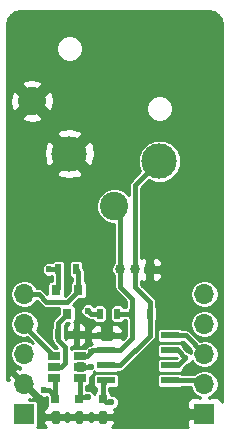
<source format=gtl>
G04 #@! TF.FileFunction,Copper,L1,Top,Signal*
%FSLAX46Y46*%
G04 Gerber Fmt 4.6, Leading zero omitted, Abs format (unit mm)*
G04 Created by KiCad (PCBNEW 4.0.7) date Thu Jan 25 15:49:40 2018*
%MOMM*%
%LPD*%
G01*
G04 APERTURE LIST*
%ADD10C,0.100000*%
%ADD11R,0.750000X0.800000*%
%ADD12R,1.700000X1.700000*%
%ADD13O,1.700000X1.700000*%
%ADD14R,0.850000X0.850000*%
%ADD15C,0.850000*%
%ADD16R,0.800000X0.900000*%
%ADD17R,0.500000X0.900000*%
%ADD18R,1.060000X0.650000*%
%ADD19R,1.550000X0.600000*%
%ADD20C,3.000000*%
%ADD21C,2.400000*%
%ADD22C,0.600000*%
%ADD23C,0.400000*%
%ADD24C,0.600000*%
%ADD25C,0.250000*%
G04 APERTURE END LIST*
D10*
D11*
X4500000Y1250000D03*
X4500000Y2750000D03*
X8500000Y1250000D03*
X8500000Y2750000D03*
X6500000Y1250000D03*
X6500000Y2750000D03*
D12*
X17120000Y1500000D03*
D13*
X17120000Y4040000D03*
X17120000Y6580000D03*
X17120000Y9120000D03*
X17120000Y11660000D03*
D12*
X1880000Y1500000D03*
D13*
X1880000Y4040000D03*
X1880000Y6580000D03*
X1880000Y9120000D03*
X1880000Y11660000D03*
D14*
X12500000Y13750000D03*
D15*
X11250000Y13750000D03*
X10000000Y13750000D03*
D16*
X6450000Y12000000D03*
X4550000Y12000000D03*
X5500000Y10000000D03*
D17*
X8250000Y10000000D03*
X9750000Y10000000D03*
X11000000Y10000000D03*
X12500000Y10000000D03*
X4750000Y8250000D03*
X6250000Y8250000D03*
X4750000Y13750000D03*
X6250000Y13750000D03*
D18*
X6600000Y4550000D03*
X6600000Y5500000D03*
X6600000Y6450000D03*
X4400000Y6450000D03*
X4400000Y4550000D03*
X4400000Y5500000D03*
D19*
X14200000Y4345000D03*
X14200000Y5615000D03*
X14200000Y6885000D03*
X14200000Y8155000D03*
X8800000Y8155000D03*
X8800000Y6885000D03*
X8800000Y5615000D03*
X8800000Y4345000D03*
D20*
X5690000Y23550000D03*
X13310000Y22915000D03*
D21*
X9500000Y19105000D03*
X2515000Y27995000D03*
D22*
X3500000Y1250000D03*
X7500000Y1250000D03*
X5500000Y1250000D03*
X7500000Y5500000D03*
X7250000Y8750000D03*
X3525693Y3525693D03*
X9250000Y2500000D03*
X7250009Y2950010D03*
X4000000Y13750000D03*
X7250000Y10250000D03*
X15500000Y6250000D03*
X7500000Y6750000D03*
D23*
X4500000Y1250000D02*
X3500000Y1250000D01*
X3500000Y1250000D02*
X3250000Y1250000D01*
D24*
X1880000Y4040000D02*
X3420000Y2500000D01*
X3500000Y2500000D02*
X3329999Y2670001D01*
X3420000Y2500000D02*
X3500000Y2500000D01*
X3329999Y2670001D02*
X3130001Y2670001D01*
X1880000Y4040000D02*
X1000000Y4920000D01*
D23*
X8800000Y8155000D02*
X7345000Y8155000D01*
X7345000Y8155000D02*
X7250000Y8250000D01*
X6250000Y8250000D02*
X7250000Y8250000D01*
X7250000Y8250000D02*
X7250000Y8750000D01*
X8500000Y1250000D02*
X7500000Y1250000D01*
X7500000Y1250000D02*
X6500000Y1250000D01*
X6500000Y1250000D02*
X5500000Y1250000D01*
X5500000Y1250000D02*
X4500000Y1250000D01*
X1880000Y4040000D02*
X1880000Y4120000D01*
X1880000Y4120000D02*
X1000000Y5000000D01*
X3250000Y1250000D02*
X3130001Y1369999D01*
X3130001Y1369999D02*
X3130001Y2670001D01*
X1960000Y4040000D02*
X1880000Y4040000D01*
X3130001Y2670001D02*
X2000000Y3800002D01*
X2000000Y3800002D02*
X2000000Y4000000D01*
X2000000Y4000000D02*
X1960000Y4040000D01*
X6600000Y5500000D02*
X7500000Y5500000D01*
X4500000Y2750000D02*
X4500000Y2975650D01*
X4500000Y2975650D02*
X3949957Y3525693D01*
X3949957Y3525693D02*
X3525693Y3525693D01*
X9250000Y2500000D02*
X8750000Y2500000D01*
X8750000Y2500000D02*
X8500000Y2750000D01*
X8500000Y2750000D02*
X8500000Y4045000D01*
X8500000Y4045000D02*
X8800000Y4345000D01*
X4500000Y2750000D02*
X4500000Y4450000D01*
X4500000Y4450000D02*
X4400000Y4550000D01*
X6500000Y2750000D02*
X6700010Y2950010D01*
X6700010Y2950010D02*
X6825745Y2950010D01*
X6825745Y2950010D02*
X7250009Y2950010D01*
X6600000Y4550000D02*
X6600000Y2850000D01*
X6600000Y2850000D02*
X6500000Y2750000D01*
X4000000Y13750000D02*
X4750000Y13750000D01*
X8250000Y10000000D02*
X7500000Y10000000D01*
X7500000Y10000000D02*
X7250000Y10250000D01*
X4750000Y13750000D02*
X4750000Y12200000D01*
X4750000Y12200000D02*
X4550000Y12000000D01*
X14200000Y4345000D02*
X16815000Y4345000D01*
X16815000Y4345000D02*
X17120000Y4040000D01*
X17120000Y6580000D02*
X15545000Y8155000D01*
X15545000Y8155000D02*
X14200000Y8155000D01*
X14200000Y6885000D02*
X14865000Y6885000D01*
X14865000Y6885000D02*
X15500000Y6250000D01*
X14200000Y5615000D02*
X14865000Y5615000D01*
X14865000Y5615000D02*
X15500000Y6250000D01*
X1880000Y9120000D02*
X1880000Y8970000D01*
X1880000Y8970000D02*
X4400000Y6450000D01*
X6450000Y12000000D02*
X6450000Y11950000D01*
X5500000Y11000000D02*
X3742081Y11000000D01*
X6450000Y11950000D02*
X5500000Y11000000D01*
X3742081Y11000000D02*
X3082081Y11660000D01*
X3082081Y11660000D02*
X1880000Y11660000D01*
X6450000Y12000000D02*
X6450000Y13550000D01*
X6450000Y13550000D02*
X6250000Y13750000D01*
X11250000Y13750000D02*
X11250000Y20855000D01*
X11250000Y20855000D02*
X13310000Y22915000D01*
X12500000Y10000000D02*
X12500000Y11000000D01*
X12500000Y11000000D02*
X11250000Y12250000D01*
X11250000Y12250000D02*
X11250000Y13148960D01*
X11250000Y13148960D02*
X11250000Y13750000D01*
X8800000Y5615000D02*
X9975000Y5615000D01*
X9975000Y5615000D02*
X12500000Y8140000D01*
X12500000Y8140000D02*
X12500000Y9150000D01*
X12500000Y9150000D02*
X12500000Y10000000D01*
X10000000Y13750000D02*
X10000000Y18605000D01*
X10000000Y18605000D02*
X9500000Y19105000D01*
X11000000Y11250000D02*
X10000000Y12250000D01*
X10000000Y12250000D02*
X10000000Y13750000D01*
X11000000Y10000000D02*
X11000000Y11250000D01*
X11000000Y10000000D02*
X9750000Y10000000D01*
X8800000Y6885000D02*
X9975000Y6885000D01*
X9975000Y6885000D02*
X11000000Y7910000D01*
X11000000Y9150000D02*
X11000000Y10000000D01*
X11000000Y7910000D02*
X11000000Y9150000D01*
X8800000Y6885000D02*
X7635000Y6885000D01*
X7635000Y6885000D02*
X7500000Y6750000D01*
X6600000Y6450000D02*
X7200000Y6450000D01*
X7200000Y6450000D02*
X7500000Y6750000D01*
X4750000Y8250000D02*
X4750000Y7750000D01*
X5224999Y5724999D02*
X5000000Y5500000D01*
X4750000Y7750000D02*
X5330001Y7169999D01*
X5330001Y7169999D02*
X5330001Y5804999D01*
X5330001Y5804999D02*
X5250001Y5724999D01*
X5250001Y5724999D02*
X5224999Y5724999D01*
X5000000Y5500000D02*
X4400000Y5500000D01*
X4750000Y8250000D02*
X4750000Y9250000D01*
X4750000Y9250000D02*
X5500000Y10000000D01*
D25*
G36*
X17917952Y35509028D02*
X18272276Y35272276D01*
X18509028Y34917952D01*
X18600000Y34460604D01*
X18600000Y2483155D01*
X18506631Y2708566D01*
X18328565Y2886632D01*
X18095911Y2983000D01*
X17653250Y2983000D01*
X17495002Y2824752D01*
X17495002Y2935014D01*
X17592673Y2954442D01*
X17973870Y3209150D01*
X18228578Y3590347D01*
X18318020Y4040000D01*
X18228578Y4489653D01*
X17973870Y4870850D01*
X17592673Y5125558D01*
X17143020Y5215000D01*
X17096980Y5215000D01*
X16647327Y5125558D01*
X16266130Y4870850D01*
X16265562Y4870000D01*
X15216421Y4870000D01*
X15212526Y4876053D01*
X15103920Y4950260D01*
X14975000Y4976367D01*
X13425000Y4976367D01*
X13304562Y4953705D01*
X13193947Y4882526D01*
X13119740Y4773920D01*
X13093633Y4645000D01*
X13093633Y4045000D01*
X13116295Y3924562D01*
X13187474Y3813947D01*
X13296080Y3739740D01*
X13425000Y3713633D01*
X14975000Y3713633D01*
X15095438Y3736295D01*
X15206053Y3807474D01*
X15214612Y3820000D01*
X15965741Y3820000D01*
X16011422Y3590347D01*
X16266130Y3209150D01*
X16647327Y2954442D01*
X16744998Y2935014D01*
X16744998Y2824752D01*
X16586750Y2983000D01*
X16144089Y2983000D01*
X15911435Y2886632D01*
X15733369Y2708566D01*
X15637000Y2475912D01*
X15637000Y2033250D01*
X15795250Y1875000D01*
X16745000Y1875000D01*
X16745000Y1895000D01*
X17495000Y1895000D01*
X17495000Y1875000D01*
X17515000Y1875000D01*
X17515000Y1125000D01*
X17495000Y1125000D01*
X17495000Y1105000D01*
X16745000Y1105000D01*
X16745000Y1125000D01*
X15795250Y1125000D01*
X15637000Y966750D01*
X15637000Y524088D01*
X15688399Y400000D01*
X9320197Y400000D01*
X9411632Y491435D01*
X9508000Y724089D01*
X9508000Y891750D01*
X9349750Y1050000D01*
X8687500Y1050000D01*
X8687500Y855000D01*
X8312500Y855000D01*
X8312500Y1050000D01*
X7650250Y1050000D01*
X7500000Y899750D01*
X7349750Y1050000D01*
X6687500Y1050000D01*
X6687500Y855000D01*
X6312500Y855000D01*
X6312500Y1050000D01*
X5650250Y1050000D01*
X5500000Y899750D01*
X5349750Y1050000D01*
X4687500Y1050000D01*
X4687500Y855000D01*
X4312500Y855000D01*
X4312500Y1050000D01*
X3650250Y1050000D01*
X3492000Y891750D01*
X3492000Y724089D01*
X3588368Y491435D01*
X3679803Y400000D01*
X2941668Y400000D01*
X2961053Y412474D01*
X3035260Y521080D01*
X3061367Y650000D01*
X3061367Y2350000D01*
X3038705Y2470438D01*
X2967526Y2581053D01*
X2858920Y2655260D01*
X2730000Y2681367D01*
X2255002Y2681367D01*
X2255002Y2763415D01*
X2474841Y2681494D01*
X2949439Y3012540D01*
X3031791Y3135802D01*
X3171197Y2996153D01*
X3400827Y2900802D01*
X3649468Y2900585D01*
X3779058Y2954130D01*
X3793633Y2939555D01*
X3793633Y2350000D01*
X3816295Y2229562D01*
X3827614Y2211973D01*
X3766434Y2186631D01*
X3588368Y2008565D01*
X3492000Y1775911D01*
X3492000Y1608250D01*
X3650250Y1450000D01*
X4312500Y1450000D01*
X4312500Y1645000D01*
X4687500Y1645000D01*
X4687500Y1450000D01*
X5349750Y1450000D01*
X5500000Y1600250D01*
X5650250Y1450000D01*
X6312500Y1450000D01*
X6312500Y1645000D01*
X6687500Y1645000D01*
X6687500Y1450000D01*
X7349750Y1450000D01*
X7500000Y1600250D01*
X7650250Y1450000D01*
X8312500Y1450000D01*
X8312500Y1645000D01*
X8687500Y1645000D01*
X8687500Y1450000D01*
X9349750Y1450000D01*
X9508000Y1608250D01*
X9508000Y1775911D01*
X9453377Y1907783D01*
X9603571Y1969842D01*
X9779540Y2145504D01*
X9874891Y2375134D01*
X9875108Y2623775D01*
X9780158Y2853571D01*
X9604496Y3029540D01*
X9374866Y3124891D01*
X9206367Y3125038D01*
X9206367Y3150000D01*
X9183705Y3270438D01*
X9112526Y3381053D01*
X9025000Y3440857D01*
X9025000Y3713633D01*
X9575000Y3713633D01*
X9695438Y3736295D01*
X9806053Y3807474D01*
X9880260Y3916080D01*
X9906367Y4045000D01*
X9906367Y4645000D01*
X9883705Y4765438D01*
X9812526Y4876053D01*
X9703920Y4950260D01*
X9575000Y4976367D01*
X8025000Y4976367D01*
X7904562Y4953705D01*
X7793947Y4882526D01*
X7719740Y4773920D01*
X7693633Y4645000D01*
X7693633Y4045000D01*
X7716295Y3924562D01*
X7787474Y3813947D01*
X7896080Y3739740D01*
X7975000Y3723758D01*
X7975000Y3439682D01*
X7893947Y3387526D01*
X7819740Y3278920D01*
X7810076Y3231197D01*
X7780167Y3303581D01*
X7604505Y3479550D01*
X7374875Y3574901D01*
X7126234Y3575118D01*
X7125000Y3574608D01*
X7125000Y3893633D01*
X7130000Y3893633D01*
X7250438Y3916295D01*
X7361053Y3987474D01*
X7435260Y4096080D01*
X7461367Y4225000D01*
X7461367Y4627102D01*
X7488565Y4638368D01*
X7666631Y4816434D01*
X7763000Y5049088D01*
X7763000Y5121981D01*
X7787474Y5083947D01*
X7896080Y5009740D01*
X8025000Y4983633D01*
X9575000Y4983633D01*
X9695438Y5006295D01*
X9806053Y5077474D01*
X9814612Y5090000D01*
X9975000Y5090000D01*
X10175909Y5129963D01*
X10346231Y5243769D01*
X12871231Y7768769D01*
X12985037Y7939091D01*
X13025000Y8140000D01*
X13025000Y8455000D01*
X13093633Y8455000D01*
X13093633Y7855000D01*
X13116295Y7734562D01*
X13187474Y7623947D01*
X13296080Y7549740D01*
X13425000Y7523633D01*
X14975000Y7523633D01*
X15095438Y7546295D01*
X15206053Y7617474D01*
X15214612Y7630000D01*
X15327538Y7630000D01*
X15997562Y6959976D01*
X15943864Y6690016D01*
X15854496Y6779540D01*
X15624866Y6874891D01*
X15617565Y6874897D01*
X15306113Y7186349D01*
X15283705Y7305438D01*
X15212526Y7416053D01*
X15103920Y7490260D01*
X14975000Y7516367D01*
X13425000Y7516367D01*
X13304562Y7493705D01*
X13193947Y7422526D01*
X13119740Y7313920D01*
X13093633Y7185000D01*
X13093633Y6585000D01*
X13116295Y6464562D01*
X13187474Y6353947D01*
X13296080Y6279740D01*
X13425000Y6253633D01*
X14753905Y6253633D01*
X14757538Y6250000D01*
X14753905Y6246367D01*
X13425000Y6246367D01*
X13304562Y6223705D01*
X13193947Y6152526D01*
X13119740Y6043920D01*
X13093633Y5915000D01*
X13093633Y5315000D01*
X13116295Y5194562D01*
X13187474Y5083947D01*
X13296080Y5009740D01*
X13425000Y4983633D01*
X14975000Y4983633D01*
X15095438Y5006295D01*
X15206053Y5077474D01*
X15280260Y5186080D01*
X15306089Y5313627D01*
X15617360Y5624898D01*
X15623775Y5624892D01*
X15853571Y5719842D01*
X16029540Y5895504D01*
X16082737Y6023617D01*
X16266130Y5749150D01*
X16647327Y5494442D01*
X17096980Y5405000D01*
X17143020Y5405000D01*
X17592673Y5494442D01*
X17973870Y5749150D01*
X18228578Y6130347D01*
X18318020Y6580000D01*
X18228578Y7029653D01*
X17973870Y7410850D01*
X17592673Y7665558D01*
X17143020Y7755000D01*
X17096980Y7755000D01*
X16755406Y7687056D01*
X15916231Y8526231D01*
X15745909Y8640037D01*
X15545000Y8680000D01*
X15216421Y8680000D01*
X15212526Y8686053D01*
X15103920Y8760260D01*
X14975000Y8786367D01*
X13425000Y8786367D01*
X13304562Y8763705D01*
X13193947Y8692526D01*
X13119740Y8583920D01*
X13093633Y8455000D01*
X13025000Y8455000D01*
X13025000Y9120000D01*
X15921980Y9120000D01*
X16011422Y8670347D01*
X16266130Y8289150D01*
X16647327Y8034442D01*
X17096980Y7945000D01*
X17143020Y7945000D01*
X17592673Y8034442D01*
X17973870Y8289150D01*
X18228578Y8670347D01*
X18318020Y9120000D01*
X18228578Y9569653D01*
X17973870Y9950850D01*
X17592673Y10205558D01*
X17143020Y10295000D01*
X17096980Y10295000D01*
X16647327Y10205558D01*
X16266130Y9950850D01*
X16011422Y9569653D01*
X15921980Y9120000D01*
X13025000Y9120000D01*
X13025000Y9376793D01*
X13055260Y9421080D01*
X13081367Y9550000D01*
X13081367Y10450000D01*
X13058705Y10570438D01*
X13025000Y10622817D01*
X13025000Y11000000D01*
X12985037Y11200909D01*
X12871231Y11371231D01*
X12582462Y11660000D01*
X15921980Y11660000D01*
X16011422Y11210347D01*
X16266130Y10829150D01*
X16647327Y10574442D01*
X17096980Y10485000D01*
X17143020Y10485000D01*
X17592673Y10574442D01*
X17973870Y10829150D01*
X18228578Y11210347D01*
X18318020Y11660000D01*
X18228578Y12109653D01*
X17973870Y12490850D01*
X17592673Y12745558D01*
X17143020Y12835000D01*
X17096980Y12835000D01*
X16647327Y12745558D01*
X16266130Y12490850D01*
X16011422Y12109653D01*
X15921980Y11660000D01*
X12582462Y11660000D01*
X11775000Y12467462D01*
X11775000Y12764110D01*
X11949089Y12692000D01*
X12129250Y12692000D01*
X12287500Y12850250D01*
X12287500Y13537500D01*
X12712500Y13537500D01*
X12712500Y12850250D01*
X12870750Y12692000D01*
X13050911Y12692000D01*
X13283565Y12788368D01*
X13461631Y12966434D01*
X13558000Y13199088D01*
X13558000Y13379250D01*
X13399750Y13537500D01*
X12712500Y13537500D01*
X12287500Y13537500D01*
X12105000Y13537500D01*
X12105000Y13962500D01*
X12287500Y13962500D01*
X12287500Y14649750D01*
X12712500Y14649750D01*
X12712500Y13962500D01*
X13399750Y13962500D01*
X13558000Y14120750D01*
X13558000Y14300912D01*
X13461631Y14533566D01*
X13283565Y14711632D01*
X13050911Y14808000D01*
X12870750Y14808000D01*
X12712500Y14649750D01*
X12287500Y14649750D01*
X12129250Y14808000D01*
X11949089Y14808000D01*
X11775000Y14735890D01*
X11775000Y20637538D01*
X12438330Y21300868D01*
X12945392Y21090317D01*
X13671422Y21089684D01*
X14342429Y21366938D01*
X14856258Y21879871D01*
X15134683Y22550392D01*
X15135316Y23276422D01*
X14858062Y23947429D01*
X14345129Y24461258D01*
X13674608Y24739683D01*
X12948578Y24740316D01*
X12277571Y24463062D01*
X11763742Y23950129D01*
X11485317Y23279608D01*
X11484684Y22553578D01*
X11695617Y22043079D01*
X10878769Y21226231D01*
X10764963Y21055909D01*
X10725000Y20855000D01*
X10725000Y20036421D01*
X10364971Y20397079D01*
X9804672Y20629735D01*
X9197989Y20630265D01*
X8637285Y20398586D01*
X8207921Y19969971D01*
X7975265Y19409672D01*
X7974735Y18802989D01*
X8206414Y18242285D01*
X8635029Y17812921D01*
X9195328Y17580265D01*
X9475000Y17580021D01*
X9475000Y14285651D01*
X9364552Y14175395D01*
X9250131Y13899839D01*
X9249870Y13601470D01*
X9363811Y13325714D01*
X9475000Y13214331D01*
X9475000Y12250000D01*
X9514963Y12049091D01*
X9628769Y11878769D01*
X10475000Y11032538D01*
X10475000Y10623207D01*
X10444740Y10578920D01*
X10433821Y10525000D01*
X10317255Y10525000D01*
X10308705Y10570438D01*
X10237526Y10681053D01*
X10128920Y10755260D01*
X10000000Y10781367D01*
X9500000Y10781367D01*
X9379562Y10758705D01*
X9268947Y10687526D01*
X9194740Y10578920D01*
X9168633Y10450000D01*
X9168633Y9550000D01*
X9191295Y9429562D01*
X9262474Y9318947D01*
X9371080Y9244740D01*
X9500000Y9218633D01*
X10000000Y9218633D01*
X10120438Y9241295D01*
X10231053Y9312474D01*
X10305260Y9421080D01*
X10316179Y9475000D01*
X10432745Y9475000D01*
X10441295Y9429562D01*
X10475000Y9377183D01*
X10475000Y8127462D01*
X10201144Y7853606D01*
X10049750Y8005000D01*
X9175000Y8005000D01*
X9175000Y7855000D01*
X8425000Y7855000D01*
X8425000Y8005000D01*
X7550250Y8005000D01*
X7392000Y7846750D01*
X7392000Y7729088D01*
X7488369Y7496434D01*
X7584790Y7400013D01*
X7459221Y7375036D01*
X7376225Y7375108D01*
X7146429Y7280158D01*
X6972334Y7106367D01*
X6070000Y7106367D01*
X5949562Y7083705D01*
X5855001Y7022856D01*
X5855001Y7169999D01*
X5853937Y7175347D01*
X5874089Y7167000D01*
X5966750Y7167000D01*
X6125000Y7325250D01*
X6125000Y8025000D01*
X6375000Y8025000D01*
X6375000Y7325250D01*
X6533250Y7167000D01*
X6625911Y7167000D01*
X6858565Y7263368D01*
X7036631Y7441434D01*
X7133000Y7674088D01*
X7133000Y7866750D01*
X6974750Y8025000D01*
X6375000Y8025000D01*
X6125000Y8025000D01*
X5525250Y8025000D01*
X5371356Y7871106D01*
X5331367Y7911095D01*
X5331367Y8700000D01*
X5308705Y8820438D01*
X5275000Y8872817D01*
X5275000Y9032538D01*
X5461095Y9218633D01*
X5623436Y9218633D01*
X5463369Y9058566D01*
X5367000Y8825912D01*
X5367000Y8633250D01*
X5525250Y8475000D01*
X6125000Y8475000D01*
X6125000Y9174750D01*
X6375000Y9174750D01*
X6375000Y8475000D01*
X6974750Y8475000D01*
X7080662Y8580912D01*
X7392000Y8580912D01*
X7392000Y8463250D01*
X7550250Y8305000D01*
X8425000Y8305000D01*
X8425000Y8929750D01*
X9175000Y8929750D01*
X9175000Y8305000D01*
X10049750Y8305000D01*
X10208000Y8463250D01*
X10208000Y8580912D01*
X10111631Y8813566D01*
X9933565Y8991632D01*
X9700911Y9088000D01*
X9333250Y9088000D01*
X9175000Y8929750D01*
X8425000Y8929750D01*
X8266750Y9088000D01*
X7899089Y9088000D01*
X7666435Y8991632D01*
X7488369Y8813566D01*
X7392000Y8580912D01*
X7080662Y8580912D01*
X7133000Y8633250D01*
X7133000Y8825912D01*
X7036631Y9058566D01*
X6858565Y9236632D01*
X6625911Y9333000D01*
X6533250Y9333000D01*
X6375000Y9174750D01*
X6125000Y9174750D01*
X6043570Y9256180D01*
X6131053Y9312474D01*
X6205260Y9421080D01*
X6231367Y9550000D01*
X6231367Y10126225D01*
X6624892Y10126225D01*
X6719842Y9896429D01*
X6895504Y9720460D01*
X7125134Y9625109D01*
X7134258Y9625101D01*
X7299091Y9514963D01*
X7500000Y9475000D01*
X7682745Y9475000D01*
X7691295Y9429562D01*
X7762474Y9318947D01*
X7871080Y9244740D01*
X8000000Y9218633D01*
X8500000Y9218633D01*
X8620438Y9241295D01*
X8731053Y9312474D01*
X8805260Y9421080D01*
X8831367Y9550000D01*
X8831367Y10450000D01*
X8808705Y10570438D01*
X8737526Y10681053D01*
X8628920Y10755260D01*
X8500000Y10781367D01*
X8000000Y10781367D01*
X7879562Y10758705D01*
X7768947Y10687526D01*
X7739448Y10644352D01*
X7604496Y10779540D01*
X7374866Y10874891D01*
X7126225Y10875108D01*
X6896429Y10780158D01*
X6720460Y10604496D01*
X6625109Y10374866D01*
X6624892Y10126225D01*
X6231367Y10126225D01*
X6231367Y10450000D01*
X6208705Y10570438D01*
X6137526Y10681053D01*
X6028920Y10755260D01*
X6002976Y10760514D01*
X6461095Y11218633D01*
X6850000Y11218633D01*
X6970438Y11241295D01*
X7081053Y11312474D01*
X7155260Y11421080D01*
X7181367Y11550000D01*
X7181367Y12450000D01*
X7158705Y12570438D01*
X7087526Y12681053D01*
X6978920Y12755260D01*
X6975000Y12756054D01*
X6975000Y13550000D01*
X6935037Y13750909D01*
X6831367Y13906061D01*
X6831367Y14200000D01*
X6808705Y14320438D01*
X6737526Y14431053D01*
X6628920Y14505260D01*
X6500000Y14531367D01*
X6000000Y14531367D01*
X5879562Y14508705D01*
X5768947Y14437526D01*
X5694740Y14328920D01*
X5668633Y14200000D01*
X5668633Y13300000D01*
X5691295Y13179562D01*
X5762474Y13068947D01*
X5871080Y12994740D01*
X5925000Y12983821D01*
X5925000Y12755769D01*
X5818947Y12687526D01*
X5744740Y12578920D01*
X5718633Y12450000D01*
X5718633Y11961095D01*
X5282538Y11525000D01*
X5276304Y11525000D01*
X5281367Y11550000D01*
X5281367Y12450000D01*
X5275000Y12483838D01*
X5275000Y13126793D01*
X5305260Y13171080D01*
X5331367Y13300000D01*
X5331367Y14200000D01*
X5308705Y14320438D01*
X5237526Y14431053D01*
X5128920Y14505260D01*
X5000000Y14531367D01*
X4500000Y14531367D01*
X4379562Y14508705D01*
X4268947Y14437526D01*
X4203765Y14342129D01*
X4124866Y14374891D01*
X3876225Y14375108D01*
X3646429Y14280158D01*
X3470460Y14104496D01*
X3375109Y13874866D01*
X3374892Y13626225D01*
X3469842Y13396429D01*
X3645504Y13220460D01*
X3875134Y13125109D01*
X4123775Y13124892D01*
X4204904Y13158414D01*
X4225000Y13127183D01*
X4225000Y12781367D01*
X4150000Y12781367D01*
X4029562Y12758705D01*
X3918947Y12687526D01*
X3844740Y12578920D01*
X3818633Y12450000D01*
X3818633Y11665910D01*
X3453312Y12031231D01*
X3282990Y12145037D01*
X3082081Y12185000D01*
X2938233Y12185000D01*
X2733870Y12490850D01*
X2352673Y12745558D01*
X1903020Y12835000D01*
X1856980Y12835000D01*
X1407327Y12745558D01*
X1026130Y12490850D01*
X771422Y12109653D01*
X681980Y11660000D01*
X771422Y11210347D01*
X1026130Y10829150D01*
X1407327Y10574442D01*
X1856980Y10485000D01*
X1903020Y10485000D01*
X2352673Y10574442D01*
X2733870Y10829150D01*
X2908747Y11090872D01*
X3370850Y10628769D01*
X3541172Y10514963D01*
X3742081Y10475000D01*
X4773696Y10475000D01*
X4768633Y10450000D01*
X4768633Y10011095D01*
X4378769Y9621231D01*
X4264963Y9450909D01*
X4225000Y9250000D01*
X4225000Y8873207D01*
X4194740Y8828920D01*
X4168633Y8700000D01*
X4168633Y7800000D01*
X4191295Y7679562D01*
X4260360Y7572232D01*
X4264963Y7549091D01*
X4378769Y7378769D01*
X4651171Y7106367D01*
X4486095Y7106367D01*
X2961957Y8630505D01*
X2988578Y8670347D01*
X3078020Y9120000D01*
X2988578Y9569653D01*
X2733870Y9950850D01*
X2352673Y10205558D01*
X1903020Y10295000D01*
X1856980Y10295000D01*
X1407327Y10205558D01*
X1026130Y9950850D01*
X771422Y9569653D01*
X681980Y9120000D01*
X771422Y8670347D01*
X1026130Y8289150D01*
X1407327Y8034442D01*
X1856980Y7945000D01*
X1903020Y7945000D01*
X2119481Y7988057D01*
X2621815Y7485723D01*
X2352673Y7665558D01*
X1903020Y7755000D01*
X1856980Y7755000D01*
X1407327Y7665558D01*
X1026130Y7410850D01*
X771422Y7029653D01*
X681980Y6580000D01*
X771422Y6130347D01*
X1026130Y5749150D01*
X1407327Y5494442D01*
X1504998Y5475014D01*
X1504998Y5316585D01*
X1285159Y5398506D01*
X810561Y5067460D01*
X521523Y4634836D01*
X609433Y4415002D01*
X400000Y4415002D01*
X400000Y21883800D01*
X4554130Y21883800D01*
X4734220Y21596494D01*
X5554549Y21379435D01*
X6395499Y21492824D01*
X6645780Y21596494D01*
X6825870Y21883800D01*
X5690000Y23019670D01*
X4554130Y21883800D01*
X400000Y21883800D01*
X400000Y23685451D01*
X3519435Y23685451D01*
X3632824Y22844501D01*
X3736494Y22594220D01*
X4023800Y22414130D01*
X5159670Y23550000D01*
X6220330Y23550000D01*
X7356200Y22414130D01*
X7643506Y22594220D01*
X7860565Y23414549D01*
X7747176Y24255499D01*
X7643506Y24505780D01*
X7356200Y24685870D01*
X6220330Y23550000D01*
X5159670Y23550000D01*
X4023800Y24685870D01*
X3736494Y24505780D01*
X3519435Y23685451D01*
X400000Y23685451D01*
X400000Y25216200D01*
X4554130Y25216200D01*
X5690000Y24080330D01*
X6825870Y25216200D01*
X6645780Y25503506D01*
X5825451Y25720565D01*
X4984501Y25607176D01*
X4734220Y25503506D01*
X4554130Y25216200D01*
X400000Y25216200D01*
X400000Y26549637D01*
X1599967Y26549637D01*
X1742204Y26293350D01*
X2452223Y26127143D01*
X3171800Y26245302D01*
X3287796Y26293350D01*
X3430033Y26549637D01*
X2515000Y27464670D01*
X1599967Y26549637D01*
X400000Y26549637D01*
X400000Y28057777D01*
X647143Y28057777D01*
X765302Y27338200D01*
X813350Y27222204D01*
X1069637Y27079967D01*
X1984670Y27995000D01*
X3045330Y27995000D01*
X3960363Y27079967D01*
X4063496Y27137205D01*
X12184805Y27137205D01*
X12355715Y26723571D01*
X12671907Y26406828D01*
X13085242Y26235196D01*
X13532795Y26234805D01*
X13946429Y26405715D01*
X14263172Y26721907D01*
X14434804Y27135242D01*
X14435195Y27582795D01*
X14264285Y27996429D01*
X13948093Y28313172D01*
X13534758Y28484804D01*
X13087205Y28485195D01*
X12673571Y28314285D01*
X12356828Y27998093D01*
X12185196Y27584758D01*
X12184805Y27137205D01*
X4063496Y27137205D01*
X4216650Y27222204D01*
X4382857Y27932223D01*
X4264698Y28651800D01*
X4216650Y28767796D01*
X3960363Y28910033D01*
X3045330Y27995000D01*
X1984670Y27995000D01*
X1069637Y28910033D01*
X813350Y28767796D01*
X647143Y28057777D01*
X400000Y28057777D01*
X400000Y29440363D01*
X1599967Y29440363D01*
X2515000Y28525330D01*
X3430033Y29440363D01*
X3287796Y29696650D01*
X2577777Y29862857D01*
X1858200Y29744698D01*
X1742204Y29696650D01*
X1599967Y29440363D01*
X400000Y29440363D01*
X400000Y32217205D01*
X4564805Y32217205D01*
X4735715Y31803571D01*
X5051907Y31486828D01*
X5465242Y31315196D01*
X5912795Y31314805D01*
X6326429Y31485715D01*
X6643172Y31801907D01*
X6814804Y32215242D01*
X6815195Y32662795D01*
X6644285Y33076429D01*
X6328093Y33393172D01*
X5914758Y33564804D01*
X5467205Y33565195D01*
X5053571Y33394285D01*
X4736828Y33078093D01*
X4565196Y32664758D01*
X4564805Y32217205D01*
X400000Y32217205D01*
X400000Y34460604D01*
X490972Y34917952D01*
X727724Y35272276D01*
X1082198Y35509128D01*
X1536966Y35600000D01*
X17460604Y35600000D01*
X17917952Y35509028D01*
X17917952Y35509028D01*
G37*
X17917952Y35509028D02*
X18272276Y35272276D01*
X18509028Y34917952D01*
X18600000Y34460604D01*
X18600000Y2483155D01*
X18506631Y2708566D01*
X18328565Y2886632D01*
X18095911Y2983000D01*
X17653250Y2983000D01*
X17495002Y2824752D01*
X17495002Y2935014D01*
X17592673Y2954442D01*
X17973870Y3209150D01*
X18228578Y3590347D01*
X18318020Y4040000D01*
X18228578Y4489653D01*
X17973870Y4870850D01*
X17592673Y5125558D01*
X17143020Y5215000D01*
X17096980Y5215000D01*
X16647327Y5125558D01*
X16266130Y4870850D01*
X16265562Y4870000D01*
X15216421Y4870000D01*
X15212526Y4876053D01*
X15103920Y4950260D01*
X14975000Y4976367D01*
X13425000Y4976367D01*
X13304562Y4953705D01*
X13193947Y4882526D01*
X13119740Y4773920D01*
X13093633Y4645000D01*
X13093633Y4045000D01*
X13116295Y3924562D01*
X13187474Y3813947D01*
X13296080Y3739740D01*
X13425000Y3713633D01*
X14975000Y3713633D01*
X15095438Y3736295D01*
X15206053Y3807474D01*
X15214612Y3820000D01*
X15965741Y3820000D01*
X16011422Y3590347D01*
X16266130Y3209150D01*
X16647327Y2954442D01*
X16744998Y2935014D01*
X16744998Y2824752D01*
X16586750Y2983000D01*
X16144089Y2983000D01*
X15911435Y2886632D01*
X15733369Y2708566D01*
X15637000Y2475912D01*
X15637000Y2033250D01*
X15795250Y1875000D01*
X16745000Y1875000D01*
X16745000Y1895000D01*
X17495000Y1895000D01*
X17495000Y1875000D01*
X17515000Y1875000D01*
X17515000Y1125000D01*
X17495000Y1125000D01*
X17495000Y1105000D01*
X16745000Y1105000D01*
X16745000Y1125000D01*
X15795250Y1125000D01*
X15637000Y966750D01*
X15637000Y524088D01*
X15688399Y400000D01*
X9320197Y400000D01*
X9411632Y491435D01*
X9508000Y724089D01*
X9508000Y891750D01*
X9349750Y1050000D01*
X8687500Y1050000D01*
X8687500Y855000D01*
X8312500Y855000D01*
X8312500Y1050000D01*
X7650250Y1050000D01*
X7500000Y899750D01*
X7349750Y1050000D01*
X6687500Y1050000D01*
X6687500Y855000D01*
X6312500Y855000D01*
X6312500Y1050000D01*
X5650250Y1050000D01*
X5500000Y899750D01*
X5349750Y1050000D01*
X4687500Y1050000D01*
X4687500Y855000D01*
X4312500Y855000D01*
X4312500Y1050000D01*
X3650250Y1050000D01*
X3492000Y891750D01*
X3492000Y724089D01*
X3588368Y491435D01*
X3679803Y400000D01*
X2941668Y400000D01*
X2961053Y412474D01*
X3035260Y521080D01*
X3061367Y650000D01*
X3061367Y2350000D01*
X3038705Y2470438D01*
X2967526Y2581053D01*
X2858920Y2655260D01*
X2730000Y2681367D01*
X2255002Y2681367D01*
X2255002Y2763415D01*
X2474841Y2681494D01*
X2949439Y3012540D01*
X3031791Y3135802D01*
X3171197Y2996153D01*
X3400827Y2900802D01*
X3649468Y2900585D01*
X3779058Y2954130D01*
X3793633Y2939555D01*
X3793633Y2350000D01*
X3816295Y2229562D01*
X3827614Y2211973D01*
X3766434Y2186631D01*
X3588368Y2008565D01*
X3492000Y1775911D01*
X3492000Y1608250D01*
X3650250Y1450000D01*
X4312500Y1450000D01*
X4312500Y1645000D01*
X4687500Y1645000D01*
X4687500Y1450000D01*
X5349750Y1450000D01*
X5500000Y1600250D01*
X5650250Y1450000D01*
X6312500Y1450000D01*
X6312500Y1645000D01*
X6687500Y1645000D01*
X6687500Y1450000D01*
X7349750Y1450000D01*
X7500000Y1600250D01*
X7650250Y1450000D01*
X8312500Y1450000D01*
X8312500Y1645000D01*
X8687500Y1645000D01*
X8687500Y1450000D01*
X9349750Y1450000D01*
X9508000Y1608250D01*
X9508000Y1775911D01*
X9453377Y1907783D01*
X9603571Y1969842D01*
X9779540Y2145504D01*
X9874891Y2375134D01*
X9875108Y2623775D01*
X9780158Y2853571D01*
X9604496Y3029540D01*
X9374866Y3124891D01*
X9206367Y3125038D01*
X9206367Y3150000D01*
X9183705Y3270438D01*
X9112526Y3381053D01*
X9025000Y3440857D01*
X9025000Y3713633D01*
X9575000Y3713633D01*
X9695438Y3736295D01*
X9806053Y3807474D01*
X9880260Y3916080D01*
X9906367Y4045000D01*
X9906367Y4645000D01*
X9883705Y4765438D01*
X9812526Y4876053D01*
X9703920Y4950260D01*
X9575000Y4976367D01*
X8025000Y4976367D01*
X7904562Y4953705D01*
X7793947Y4882526D01*
X7719740Y4773920D01*
X7693633Y4645000D01*
X7693633Y4045000D01*
X7716295Y3924562D01*
X7787474Y3813947D01*
X7896080Y3739740D01*
X7975000Y3723758D01*
X7975000Y3439682D01*
X7893947Y3387526D01*
X7819740Y3278920D01*
X7810076Y3231197D01*
X7780167Y3303581D01*
X7604505Y3479550D01*
X7374875Y3574901D01*
X7126234Y3575118D01*
X7125000Y3574608D01*
X7125000Y3893633D01*
X7130000Y3893633D01*
X7250438Y3916295D01*
X7361053Y3987474D01*
X7435260Y4096080D01*
X7461367Y4225000D01*
X7461367Y4627102D01*
X7488565Y4638368D01*
X7666631Y4816434D01*
X7763000Y5049088D01*
X7763000Y5121981D01*
X7787474Y5083947D01*
X7896080Y5009740D01*
X8025000Y4983633D01*
X9575000Y4983633D01*
X9695438Y5006295D01*
X9806053Y5077474D01*
X9814612Y5090000D01*
X9975000Y5090000D01*
X10175909Y5129963D01*
X10346231Y5243769D01*
X12871231Y7768769D01*
X12985037Y7939091D01*
X13025000Y8140000D01*
X13025000Y8455000D01*
X13093633Y8455000D01*
X13093633Y7855000D01*
X13116295Y7734562D01*
X13187474Y7623947D01*
X13296080Y7549740D01*
X13425000Y7523633D01*
X14975000Y7523633D01*
X15095438Y7546295D01*
X15206053Y7617474D01*
X15214612Y7630000D01*
X15327538Y7630000D01*
X15997562Y6959976D01*
X15943864Y6690016D01*
X15854496Y6779540D01*
X15624866Y6874891D01*
X15617565Y6874897D01*
X15306113Y7186349D01*
X15283705Y7305438D01*
X15212526Y7416053D01*
X15103920Y7490260D01*
X14975000Y7516367D01*
X13425000Y7516367D01*
X13304562Y7493705D01*
X13193947Y7422526D01*
X13119740Y7313920D01*
X13093633Y7185000D01*
X13093633Y6585000D01*
X13116295Y6464562D01*
X13187474Y6353947D01*
X13296080Y6279740D01*
X13425000Y6253633D01*
X14753905Y6253633D01*
X14757538Y6250000D01*
X14753905Y6246367D01*
X13425000Y6246367D01*
X13304562Y6223705D01*
X13193947Y6152526D01*
X13119740Y6043920D01*
X13093633Y5915000D01*
X13093633Y5315000D01*
X13116295Y5194562D01*
X13187474Y5083947D01*
X13296080Y5009740D01*
X13425000Y4983633D01*
X14975000Y4983633D01*
X15095438Y5006295D01*
X15206053Y5077474D01*
X15280260Y5186080D01*
X15306089Y5313627D01*
X15617360Y5624898D01*
X15623775Y5624892D01*
X15853571Y5719842D01*
X16029540Y5895504D01*
X16082737Y6023617D01*
X16266130Y5749150D01*
X16647327Y5494442D01*
X17096980Y5405000D01*
X17143020Y5405000D01*
X17592673Y5494442D01*
X17973870Y5749150D01*
X18228578Y6130347D01*
X18318020Y6580000D01*
X18228578Y7029653D01*
X17973870Y7410850D01*
X17592673Y7665558D01*
X17143020Y7755000D01*
X17096980Y7755000D01*
X16755406Y7687056D01*
X15916231Y8526231D01*
X15745909Y8640037D01*
X15545000Y8680000D01*
X15216421Y8680000D01*
X15212526Y8686053D01*
X15103920Y8760260D01*
X14975000Y8786367D01*
X13425000Y8786367D01*
X13304562Y8763705D01*
X13193947Y8692526D01*
X13119740Y8583920D01*
X13093633Y8455000D01*
X13025000Y8455000D01*
X13025000Y9120000D01*
X15921980Y9120000D01*
X16011422Y8670347D01*
X16266130Y8289150D01*
X16647327Y8034442D01*
X17096980Y7945000D01*
X17143020Y7945000D01*
X17592673Y8034442D01*
X17973870Y8289150D01*
X18228578Y8670347D01*
X18318020Y9120000D01*
X18228578Y9569653D01*
X17973870Y9950850D01*
X17592673Y10205558D01*
X17143020Y10295000D01*
X17096980Y10295000D01*
X16647327Y10205558D01*
X16266130Y9950850D01*
X16011422Y9569653D01*
X15921980Y9120000D01*
X13025000Y9120000D01*
X13025000Y9376793D01*
X13055260Y9421080D01*
X13081367Y9550000D01*
X13081367Y10450000D01*
X13058705Y10570438D01*
X13025000Y10622817D01*
X13025000Y11000000D01*
X12985037Y11200909D01*
X12871231Y11371231D01*
X12582462Y11660000D01*
X15921980Y11660000D01*
X16011422Y11210347D01*
X16266130Y10829150D01*
X16647327Y10574442D01*
X17096980Y10485000D01*
X17143020Y10485000D01*
X17592673Y10574442D01*
X17973870Y10829150D01*
X18228578Y11210347D01*
X18318020Y11660000D01*
X18228578Y12109653D01*
X17973870Y12490850D01*
X17592673Y12745558D01*
X17143020Y12835000D01*
X17096980Y12835000D01*
X16647327Y12745558D01*
X16266130Y12490850D01*
X16011422Y12109653D01*
X15921980Y11660000D01*
X12582462Y11660000D01*
X11775000Y12467462D01*
X11775000Y12764110D01*
X11949089Y12692000D01*
X12129250Y12692000D01*
X12287500Y12850250D01*
X12287500Y13537500D01*
X12712500Y13537500D01*
X12712500Y12850250D01*
X12870750Y12692000D01*
X13050911Y12692000D01*
X13283565Y12788368D01*
X13461631Y12966434D01*
X13558000Y13199088D01*
X13558000Y13379250D01*
X13399750Y13537500D01*
X12712500Y13537500D01*
X12287500Y13537500D01*
X12105000Y13537500D01*
X12105000Y13962500D01*
X12287500Y13962500D01*
X12287500Y14649750D01*
X12712500Y14649750D01*
X12712500Y13962500D01*
X13399750Y13962500D01*
X13558000Y14120750D01*
X13558000Y14300912D01*
X13461631Y14533566D01*
X13283565Y14711632D01*
X13050911Y14808000D01*
X12870750Y14808000D01*
X12712500Y14649750D01*
X12287500Y14649750D01*
X12129250Y14808000D01*
X11949089Y14808000D01*
X11775000Y14735890D01*
X11775000Y20637538D01*
X12438330Y21300868D01*
X12945392Y21090317D01*
X13671422Y21089684D01*
X14342429Y21366938D01*
X14856258Y21879871D01*
X15134683Y22550392D01*
X15135316Y23276422D01*
X14858062Y23947429D01*
X14345129Y24461258D01*
X13674608Y24739683D01*
X12948578Y24740316D01*
X12277571Y24463062D01*
X11763742Y23950129D01*
X11485317Y23279608D01*
X11484684Y22553578D01*
X11695617Y22043079D01*
X10878769Y21226231D01*
X10764963Y21055909D01*
X10725000Y20855000D01*
X10725000Y20036421D01*
X10364971Y20397079D01*
X9804672Y20629735D01*
X9197989Y20630265D01*
X8637285Y20398586D01*
X8207921Y19969971D01*
X7975265Y19409672D01*
X7974735Y18802989D01*
X8206414Y18242285D01*
X8635029Y17812921D01*
X9195328Y17580265D01*
X9475000Y17580021D01*
X9475000Y14285651D01*
X9364552Y14175395D01*
X9250131Y13899839D01*
X9249870Y13601470D01*
X9363811Y13325714D01*
X9475000Y13214331D01*
X9475000Y12250000D01*
X9514963Y12049091D01*
X9628769Y11878769D01*
X10475000Y11032538D01*
X10475000Y10623207D01*
X10444740Y10578920D01*
X10433821Y10525000D01*
X10317255Y10525000D01*
X10308705Y10570438D01*
X10237526Y10681053D01*
X10128920Y10755260D01*
X10000000Y10781367D01*
X9500000Y10781367D01*
X9379562Y10758705D01*
X9268947Y10687526D01*
X9194740Y10578920D01*
X9168633Y10450000D01*
X9168633Y9550000D01*
X9191295Y9429562D01*
X9262474Y9318947D01*
X9371080Y9244740D01*
X9500000Y9218633D01*
X10000000Y9218633D01*
X10120438Y9241295D01*
X10231053Y9312474D01*
X10305260Y9421080D01*
X10316179Y9475000D01*
X10432745Y9475000D01*
X10441295Y9429562D01*
X10475000Y9377183D01*
X10475000Y8127462D01*
X10201144Y7853606D01*
X10049750Y8005000D01*
X9175000Y8005000D01*
X9175000Y7855000D01*
X8425000Y7855000D01*
X8425000Y8005000D01*
X7550250Y8005000D01*
X7392000Y7846750D01*
X7392000Y7729088D01*
X7488369Y7496434D01*
X7584790Y7400013D01*
X7459221Y7375036D01*
X7376225Y7375108D01*
X7146429Y7280158D01*
X6972334Y7106367D01*
X6070000Y7106367D01*
X5949562Y7083705D01*
X5855001Y7022856D01*
X5855001Y7169999D01*
X5853937Y7175347D01*
X5874089Y7167000D01*
X5966750Y7167000D01*
X6125000Y7325250D01*
X6125000Y8025000D01*
X6375000Y8025000D01*
X6375000Y7325250D01*
X6533250Y7167000D01*
X6625911Y7167000D01*
X6858565Y7263368D01*
X7036631Y7441434D01*
X7133000Y7674088D01*
X7133000Y7866750D01*
X6974750Y8025000D01*
X6375000Y8025000D01*
X6125000Y8025000D01*
X5525250Y8025000D01*
X5371356Y7871106D01*
X5331367Y7911095D01*
X5331367Y8700000D01*
X5308705Y8820438D01*
X5275000Y8872817D01*
X5275000Y9032538D01*
X5461095Y9218633D01*
X5623436Y9218633D01*
X5463369Y9058566D01*
X5367000Y8825912D01*
X5367000Y8633250D01*
X5525250Y8475000D01*
X6125000Y8475000D01*
X6125000Y9174750D01*
X6375000Y9174750D01*
X6375000Y8475000D01*
X6974750Y8475000D01*
X7080662Y8580912D01*
X7392000Y8580912D01*
X7392000Y8463250D01*
X7550250Y8305000D01*
X8425000Y8305000D01*
X8425000Y8929750D01*
X9175000Y8929750D01*
X9175000Y8305000D01*
X10049750Y8305000D01*
X10208000Y8463250D01*
X10208000Y8580912D01*
X10111631Y8813566D01*
X9933565Y8991632D01*
X9700911Y9088000D01*
X9333250Y9088000D01*
X9175000Y8929750D01*
X8425000Y8929750D01*
X8266750Y9088000D01*
X7899089Y9088000D01*
X7666435Y8991632D01*
X7488369Y8813566D01*
X7392000Y8580912D01*
X7080662Y8580912D01*
X7133000Y8633250D01*
X7133000Y8825912D01*
X7036631Y9058566D01*
X6858565Y9236632D01*
X6625911Y9333000D01*
X6533250Y9333000D01*
X6375000Y9174750D01*
X6125000Y9174750D01*
X6043570Y9256180D01*
X6131053Y9312474D01*
X6205260Y9421080D01*
X6231367Y9550000D01*
X6231367Y10126225D01*
X6624892Y10126225D01*
X6719842Y9896429D01*
X6895504Y9720460D01*
X7125134Y9625109D01*
X7134258Y9625101D01*
X7299091Y9514963D01*
X7500000Y9475000D01*
X7682745Y9475000D01*
X7691295Y9429562D01*
X7762474Y9318947D01*
X7871080Y9244740D01*
X8000000Y9218633D01*
X8500000Y9218633D01*
X8620438Y9241295D01*
X8731053Y9312474D01*
X8805260Y9421080D01*
X8831367Y9550000D01*
X8831367Y10450000D01*
X8808705Y10570438D01*
X8737526Y10681053D01*
X8628920Y10755260D01*
X8500000Y10781367D01*
X8000000Y10781367D01*
X7879562Y10758705D01*
X7768947Y10687526D01*
X7739448Y10644352D01*
X7604496Y10779540D01*
X7374866Y10874891D01*
X7126225Y10875108D01*
X6896429Y10780158D01*
X6720460Y10604496D01*
X6625109Y10374866D01*
X6624892Y10126225D01*
X6231367Y10126225D01*
X6231367Y10450000D01*
X6208705Y10570438D01*
X6137526Y10681053D01*
X6028920Y10755260D01*
X6002976Y10760514D01*
X6461095Y11218633D01*
X6850000Y11218633D01*
X6970438Y11241295D01*
X7081053Y11312474D01*
X7155260Y11421080D01*
X7181367Y11550000D01*
X7181367Y12450000D01*
X7158705Y12570438D01*
X7087526Y12681053D01*
X6978920Y12755260D01*
X6975000Y12756054D01*
X6975000Y13550000D01*
X6935037Y13750909D01*
X6831367Y13906061D01*
X6831367Y14200000D01*
X6808705Y14320438D01*
X6737526Y14431053D01*
X6628920Y14505260D01*
X6500000Y14531367D01*
X6000000Y14531367D01*
X5879562Y14508705D01*
X5768947Y14437526D01*
X5694740Y14328920D01*
X5668633Y14200000D01*
X5668633Y13300000D01*
X5691295Y13179562D01*
X5762474Y13068947D01*
X5871080Y12994740D01*
X5925000Y12983821D01*
X5925000Y12755769D01*
X5818947Y12687526D01*
X5744740Y12578920D01*
X5718633Y12450000D01*
X5718633Y11961095D01*
X5282538Y11525000D01*
X5276304Y11525000D01*
X5281367Y11550000D01*
X5281367Y12450000D01*
X5275000Y12483838D01*
X5275000Y13126793D01*
X5305260Y13171080D01*
X5331367Y13300000D01*
X5331367Y14200000D01*
X5308705Y14320438D01*
X5237526Y14431053D01*
X5128920Y14505260D01*
X5000000Y14531367D01*
X4500000Y14531367D01*
X4379562Y14508705D01*
X4268947Y14437526D01*
X4203765Y14342129D01*
X4124866Y14374891D01*
X3876225Y14375108D01*
X3646429Y14280158D01*
X3470460Y14104496D01*
X3375109Y13874866D01*
X3374892Y13626225D01*
X3469842Y13396429D01*
X3645504Y13220460D01*
X3875134Y13125109D01*
X4123775Y13124892D01*
X4204904Y13158414D01*
X4225000Y13127183D01*
X4225000Y12781367D01*
X4150000Y12781367D01*
X4029562Y12758705D01*
X3918947Y12687526D01*
X3844740Y12578920D01*
X3818633Y12450000D01*
X3818633Y11665910D01*
X3453312Y12031231D01*
X3282990Y12145037D01*
X3082081Y12185000D01*
X2938233Y12185000D01*
X2733870Y12490850D01*
X2352673Y12745558D01*
X1903020Y12835000D01*
X1856980Y12835000D01*
X1407327Y12745558D01*
X1026130Y12490850D01*
X771422Y12109653D01*
X681980Y11660000D01*
X771422Y11210347D01*
X1026130Y10829150D01*
X1407327Y10574442D01*
X1856980Y10485000D01*
X1903020Y10485000D01*
X2352673Y10574442D01*
X2733870Y10829150D01*
X2908747Y11090872D01*
X3370850Y10628769D01*
X3541172Y10514963D01*
X3742081Y10475000D01*
X4773696Y10475000D01*
X4768633Y10450000D01*
X4768633Y10011095D01*
X4378769Y9621231D01*
X4264963Y9450909D01*
X4225000Y9250000D01*
X4225000Y8873207D01*
X4194740Y8828920D01*
X4168633Y8700000D01*
X4168633Y7800000D01*
X4191295Y7679562D01*
X4260360Y7572232D01*
X4264963Y7549091D01*
X4378769Y7378769D01*
X4651171Y7106367D01*
X4486095Y7106367D01*
X2961957Y8630505D01*
X2988578Y8670347D01*
X3078020Y9120000D01*
X2988578Y9569653D01*
X2733870Y9950850D01*
X2352673Y10205558D01*
X1903020Y10295000D01*
X1856980Y10295000D01*
X1407327Y10205558D01*
X1026130Y9950850D01*
X771422Y9569653D01*
X681980Y9120000D01*
X771422Y8670347D01*
X1026130Y8289150D01*
X1407327Y8034442D01*
X1856980Y7945000D01*
X1903020Y7945000D01*
X2119481Y7988057D01*
X2621815Y7485723D01*
X2352673Y7665558D01*
X1903020Y7755000D01*
X1856980Y7755000D01*
X1407327Y7665558D01*
X1026130Y7410850D01*
X771422Y7029653D01*
X681980Y6580000D01*
X771422Y6130347D01*
X1026130Y5749150D01*
X1407327Y5494442D01*
X1504998Y5475014D01*
X1504998Y5316585D01*
X1285159Y5398506D01*
X810561Y5067460D01*
X521523Y4634836D01*
X609433Y4415002D01*
X400000Y4415002D01*
X400000Y21883800D01*
X4554130Y21883800D01*
X4734220Y21596494D01*
X5554549Y21379435D01*
X6395499Y21492824D01*
X6645780Y21596494D01*
X6825870Y21883800D01*
X5690000Y23019670D01*
X4554130Y21883800D01*
X400000Y21883800D01*
X400000Y23685451D01*
X3519435Y23685451D01*
X3632824Y22844501D01*
X3736494Y22594220D01*
X4023800Y22414130D01*
X5159670Y23550000D01*
X6220330Y23550000D01*
X7356200Y22414130D01*
X7643506Y22594220D01*
X7860565Y23414549D01*
X7747176Y24255499D01*
X7643506Y24505780D01*
X7356200Y24685870D01*
X6220330Y23550000D01*
X5159670Y23550000D01*
X4023800Y24685870D01*
X3736494Y24505780D01*
X3519435Y23685451D01*
X400000Y23685451D01*
X400000Y25216200D01*
X4554130Y25216200D01*
X5690000Y24080330D01*
X6825870Y25216200D01*
X6645780Y25503506D01*
X5825451Y25720565D01*
X4984501Y25607176D01*
X4734220Y25503506D01*
X4554130Y25216200D01*
X400000Y25216200D01*
X400000Y26549637D01*
X1599967Y26549637D01*
X1742204Y26293350D01*
X2452223Y26127143D01*
X3171800Y26245302D01*
X3287796Y26293350D01*
X3430033Y26549637D01*
X2515000Y27464670D01*
X1599967Y26549637D01*
X400000Y26549637D01*
X400000Y28057777D01*
X647143Y28057777D01*
X765302Y27338200D01*
X813350Y27222204D01*
X1069637Y27079967D01*
X1984670Y27995000D01*
X3045330Y27995000D01*
X3960363Y27079967D01*
X4063496Y27137205D01*
X12184805Y27137205D01*
X12355715Y26723571D01*
X12671907Y26406828D01*
X13085242Y26235196D01*
X13532795Y26234805D01*
X13946429Y26405715D01*
X14263172Y26721907D01*
X14434804Y27135242D01*
X14435195Y27582795D01*
X14264285Y27996429D01*
X13948093Y28313172D01*
X13534758Y28484804D01*
X13087205Y28485195D01*
X12673571Y28314285D01*
X12356828Y27998093D01*
X12185196Y27584758D01*
X12184805Y27137205D01*
X4063496Y27137205D01*
X4216650Y27222204D01*
X4382857Y27932223D01*
X4264698Y28651800D01*
X4216650Y28767796D01*
X3960363Y28910033D01*
X3045330Y27995000D01*
X1984670Y27995000D01*
X1069637Y28910033D01*
X813350Y28767796D01*
X647143Y28057777D01*
X400000Y28057777D01*
X400000Y29440363D01*
X1599967Y29440363D01*
X2515000Y28525330D01*
X3430033Y29440363D01*
X3287796Y29696650D01*
X2577777Y29862857D01*
X1858200Y29744698D01*
X1742204Y29696650D01*
X1599967Y29440363D01*
X400000Y29440363D01*
X400000Y32217205D01*
X4564805Y32217205D01*
X4735715Y31803571D01*
X5051907Y31486828D01*
X5465242Y31315196D01*
X5912795Y31314805D01*
X6326429Y31485715D01*
X6643172Y31801907D01*
X6814804Y32215242D01*
X6815195Y32662795D01*
X6644285Y33076429D01*
X6328093Y33393172D01*
X5914758Y33564804D01*
X5467205Y33565195D01*
X5053571Y33394285D01*
X4736828Y33078093D01*
X4565196Y32664758D01*
X4564805Y32217205D01*
X400000Y32217205D01*
X400000Y34460604D01*
X490972Y34917952D01*
X727724Y35272276D01*
X1082198Y35509128D01*
X1536966Y35600000D01*
X17460604Y35600000D01*
X17917952Y35509028D01*
G36*
X2255000Y4415000D02*
X2275000Y4415000D01*
X2275000Y3665000D01*
X2255000Y3665000D01*
X2255000Y3645000D01*
X1505000Y3645000D01*
X1505000Y3665000D01*
X1485000Y3665000D01*
X1485000Y4415000D01*
X1505000Y4415000D01*
X1505000Y4435000D01*
X2255000Y4435000D01*
X2255000Y4415000D01*
X2255000Y4415000D01*
G37*
X2255000Y4415000D02*
X2275000Y4415000D01*
X2275000Y3665000D01*
X2255000Y3665000D01*
X2255000Y3645000D01*
X1505000Y3645000D01*
X1505000Y3665000D01*
X1485000Y3665000D01*
X1485000Y4415000D01*
X1505000Y4415000D01*
X1505000Y4435000D01*
X2255000Y4435000D01*
X2255000Y4415000D01*
G36*
X6865000Y5662500D02*
X6995000Y5662500D01*
X6995000Y5337500D01*
X6865000Y5337500D01*
X6865000Y5206367D01*
X6335000Y5206367D01*
X6335000Y5337500D01*
X6205000Y5337500D01*
X6205000Y5662500D01*
X6335000Y5662500D01*
X6335000Y5793633D01*
X6865000Y5793633D01*
X6865000Y5662500D01*
X6865000Y5662500D01*
G37*
X6865000Y5662500D02*
X6995000Y5662500D01*
X6995000Y5337500D01*
X6865000Y5337500D01*
X6865000Y5206367D01*
X6335000Y5206367D01*
X6335000Y5337500D01*
X6205000Y5337500D01*
X6205000Y5662500D01*
X6335000Y5662500D01*
X6335000Y5793633D01*
X6865000Y5793633D01*
X6865000Y5662500D01*
M02*

</source>
